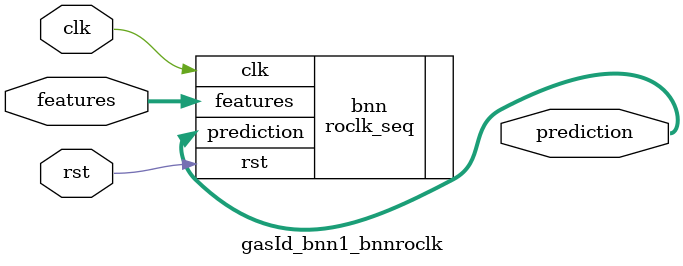
<source format=v>













module gasId_bnn1_bnnroclk #(

parameter FEAT_CNT = 128,
parameter HIDDEN_CNT = 40,
parameter FEAT_BITS = 4,
parameter CLASS_CNT = 6,
parameter TEST_CNT = 1000


  ) (
  input clk,
  input rst,
  input [FEAT_CNT*FEAT_BITS-1:0] features,
  output [$clog2(CLASS_CNT)-1:0] prediction
  );

  localparam Weights0 = 5120'b01111111110011111101000001110011011111101111111111000000001000000110100000111101000110100111101000001110100011101110001000010100010110010011101011011101010111111011100011001000000111111110010001011100101111000100111110101100001100111011010111000000010000100001111111011111001110001011000001101110111111111011111111111111000111000101001111110010000010101010101011011000001111111001110100111000001100111101011110011011101010011010011100101111100010100100001011100010000100111101001011011010101000000111000100010001011001100010000100000000110000010000010000010110111111011111110100000000110000111111000011110011100101101100001101011111101001011001100010011100010111111001101011110100111110000110101011000010100111100101111010011111011011001001101010010100110000000110000010010010000000001010000101000011001100110110001101000000100110111010011010000000111100000011001010100001111010100101111111111110001000010100010101100101010000011100000110000001111100000111000110100001000000110000000111110011010001011100110100011111101001101101101001101101110110001101110100101111110001001111111111111101001100111111101100001010110110101111000010111001100111110101111110100000101000011100011100000111010000100100010001100000001000000110001000000110000101011010010111101111101011111001000001100010011000001110000000011111010111010010000001100001101111110101111100011111001100111110111101001100001100011011000110011101110111110110000100100001000000010110001011000010001000011100000011110100011000011000000000010011111000111000011110010101110110111001001010011111110111110000100001011000100110110000111100011111101111110111111100111110001000101010101011111011110010101111111111011111100111000111110000111100100111001101100000100000001011111111111111010100110010101110110001101110000110001011010010001100110111110110000101100000111010100010101001110001000000001010111011001111110111100100001001010110000101100110100001010000101011110011111100111110000111111111001000011000110110001101111011111011100000010111100000011010011010001100101100101010101111111010000000111110000111011010111110011101100110000010100101101001101111111101110111011111110100011100110111001111100100001000000101110011100011011011010010000101000110101010101010111111000001101011111010111011100000010111101001101010110111100100001011110101011110011001001000100000001001100010011001101111000101101000010001000010001000101010100110001011111101111011011100001111011001100000100011000001001110100101101001011110001111100111111011101010111000100000000000111110111111101100100101001001100111101000111100100000101100101100101011011111011100000001110011001011011110111110010001000000000011100110100100111011011110000111111110100111101100010010001000000011000001100110001011001100000111101110011011000000111000100001001111001011111101111101010000101110110101100010100011011100110001010000000001101111111011111101000001000000101010101110001000010111001000011000011111110101001101010100010101001000000000011100000011000001000000100010001110011101110101000010000001000000001000010110001011000110110101001010111011001111111110100111010000000001111000001100010101000000111001010010010110100111011111111001010010100111100000100011011101110000001000000101111111011111110101000010010001001101000011011000010100100000101111111101111111100011010101110000110001011101100100011110000111111101101011010010000000000100101011001100111101100000111000001100101111001110101000101010001001000100010101111011000000010000101011000010100110100111010101111100000000000010000101010010111111100010001000101111101111001100111100110100010000101011101001100100110000100000101000010011000101000011111000101001111110000001100001000010001010011010110001011101010010110111100011110000011011100000110001000001011101100111101000001110000001010111110101110110000100111111110000010010000101110000101100100100111010001110011111010000010101011111011111010001110111011111010011110101110110010111001100000111110110101100101010000001111101001111000111110011001100010011110100000010101101000011100000111010111111001111000000000010000001111101110010011101000011110010010011101101111110010000110000001000001111100110001000011100000110001101001101111010000010100000110000110100011100110110011100111100110110000111010111111001110011111100011011010001100011011100110000100000110101111111111111011001001001011101010010101010100000010010101000101010001101001111011000011010010110000111001000010100111100100111000100000011010011100011010001000011000101110111011101010111011101010111011000010001100101011011111111010001110100011000111000001011111111111111000111100011001011111100010011010011000011110100110111110011111110000110001111111111110100010111011001110101111110100001111100001011001010011011110110111001110100111111101011110110001110000000110010110110110110100000111000001010011000001111001000011000010111000101000011111110001011100000000011110001111101010111110000011011100011111000010111111001111100001110011110110000000001000000010011010111101110011010101010000111111111111111000000000010011011010101101000001111111110011011111000010110000111011111000111110000011001101011000011111001111001010001111000000101111100111011 ;
  localparam Weights1 = 240'b001101100010110011101111111110000101100100111011101110001100100011010110111110010011010000101000111011101111100011011101110101110110000001111111010010111010101110110110000010000111110101011111100011100111010010101100110110001100101001011011 ;

  roclk_seq #(.FEAT_CNT(FEAT_CNT),.FEAT_BITS(FEAT_BITS),.HIDDEN_CNT(HIDDEN_CNT),.CLASS_CNT(CLASS_CNT),.Weights0(Weights0),.Weights1(Weights1)) bnn (
    .clk(clk),
    .rst(rst),
    .features(features),
    .prediction(prediction)
  );

endmodule

</source>
